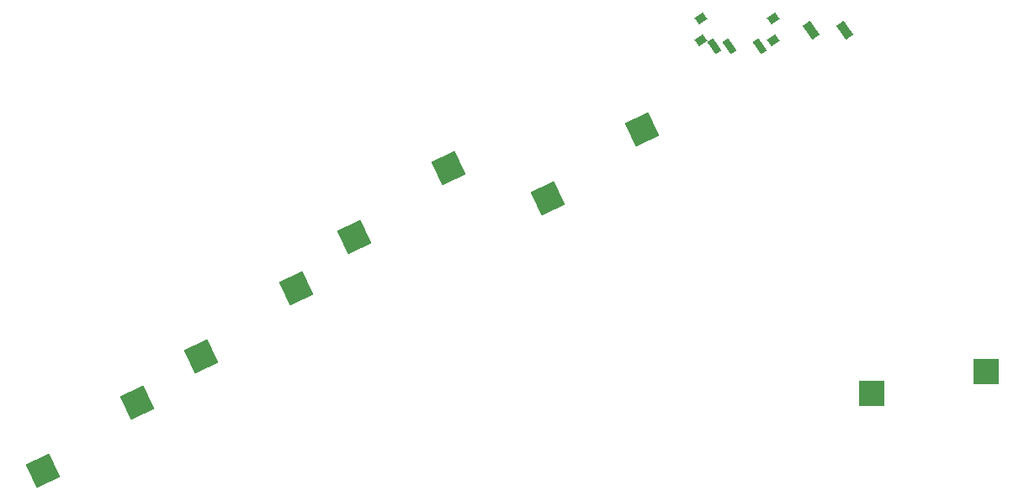
<source format=gbr>
%TF.GenerationSoftware,KiCad,Pcbnew,(6.0.7)*%
%TF.CreationDate,2022-08-09T03:43:16+01:00*%
%TF.ProjectId,digitsbest,64696769-7473-4626-9573-742e6b696361,v1.0.0*%
%TF.SameCoordinates,Original*%
%TF.FileFunction,Paste,Top*%
%TF.FilePolarity,Positive*%
%FSLAX46Y46*%
G04 Gerber Fmt 4.6, Leading zero omitted, Abs format (unit mm)*
G04 Created by KiCad (PCBNEW (6.0.7)) date 2022-08-09 03:43:16*
%MOMM*%
%LPD*%
G01*
G04 APERTURE LIST*
G04 Aperture macros list*
%AMRotRect*
0 Rectangle, with rotation*
0 The origin of the aperture is its center*
0 $1 length*
0 $2 width*
0 $3 Rotation angle, in degrees counterclockwise*
0 Add horizontal line*
21,1,$1,$2,0,0,$3*%
G04 Aperture macros list end*
%ADD10RotRect,0.900000X1.700000X35.000000*%
%ADD11R,2.600000X2.600000*%
%ADD12RotRect,2.600000X2.600000X25.000000*%
%ADD13RotRect,1.000000X0.800000X215.000000*%
%ADD14RotRect,0.700000X1.500000X215.000000*%
G04 APERTURE END LIST*
D10*
%TO.C,*%
X164197804Y-90148758D03*
X160797804Y-90148758D03*
%TD*%
D11*
%TO.C,S9*%
X178434717Y-124539275D03*
X166884717Y-126739275D03*
%TD*%
D12*
%TO.C,S5*%
X108943478Y-116150592D03*
X99405384Y-123025710D03*
%TD*%
%TO.C,S1*%
X143811350Y-100171698D03*
X134273256Y-107046816D03*
%TD*%
D13*
%TO.C,*%
X156992105Y-91138121D03*
X156992105Y-88928121D03*
X149692105Y-88928121D03*
X149692105Y-91138121D03*
D14*
X155592105Y-91788121D03*
X152592105Y-91788121D03*
X151092105Y-91788121D03*
%TD*%
D12*
%TO.C,S3*%
X124327984Y-104066641D03*
X114789890Y-110941759D03*
%TD*%
%TO.C,S7*%
X93002498Y-127642214D03*
X83464404Y-134517332D03*
%TD*%
M02*

</source>
